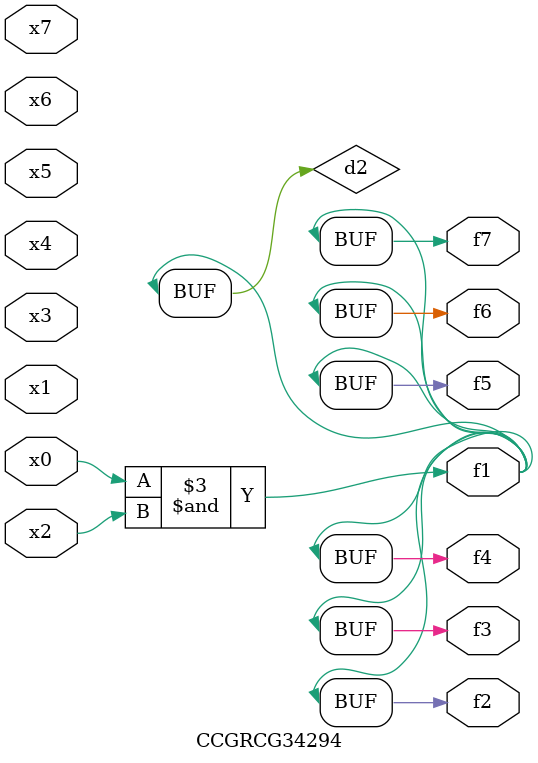
<source format=v>
module CCGRCG34294(
	input x0, x1, x2, x3, x4, x5, x6, x7,
	output f1, f2, f3, f4, f5, f6, f7
);

	wire d1, d2;

	nor (d1, x3, x6);
	and (d2, x0, x2);
	assign f1 = d2;
	assign f2 = d2;
	assign f3 = d2;
	assign f4 = d2;
	assign f5 = d2;
	assign f6 = d2;
	assign f7 = d2;
endmodule

</source>
